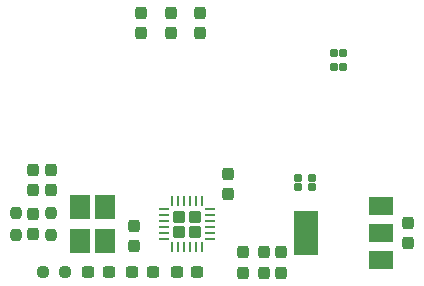
<source format=gbr>
%TF.GenerationSoftware,KiCad,Pcbnew,8.0.3*%
%TF.CreationDate,2024-06-23T17:04:56+02:00*%
%TF.ProjectId,Interface,496e7465-7266-4616-9365-2e6b69636164,rev?*%
%TF.SameCoordinates,Original*%
%TF.FileFunction,Paste,Top*%
%TF.FilePolarity,Positive*%
%FSLAX46Y46*%
G04 Gerber Fmt 4.6, Leading zero omitted, Abs format (unit mm)*
G04 Created by KiCad (PCBNEW 8.0.3) date 2024-06-23 17:04:56*
%MOMM*%
%LPD*%
G01*
G04 APERTURE LIST*
G04 Aperture macros list*
%AMRoundRect*
0 Rectangle with rounded corners*
0 $1 Rounding radius*
0 $2 $3 $4 $5 $6 $7 $8 $9 X,Y pos of 4 corners*
0 Add a 4 corners polygon primitive as box body*
4,1,4,$2,$3,$4,$5,$6,$7,$8,$9,$2,$3,0*
0 Add four circle primitives for the rounded corners*
1,1,$1+$1,$2,$3*
1,1,$1+$1,$4,$5*
1,1,$1+$1,$6,$7*
1,1,$1+$1,$8,$9*
0 Add four rect primitives between the rounded corners*
20,1,$1+$1,$2,$3,$4,$5,0*
20,1,$1+$1,$4,$5,$6,$7,0*
20,1,$1+$1,$6,$7,$8,$9,0*
20,1,$1+$1,$8,$9,$2,$3,0*%
G04 Aperture macros list end*
%ADD10RoundRect,0.237500X-0.237500X0.300000X-0.237500X-0.300000X0.237500X-0.300000X0.237500X0.300000X0*%
%ADD11RoundRect,0.237500X0.250000X0.237500X-0.250000X0.237500X-0.250000X-0.237500X0.250000X-0.237500X0*%
%ADD12R,2.000000X1.500000*%
%ADD13R,2.000000X3.800000*%
%ADD14RoundRect,0.237500X0.300000X0.237500X-0.300000X0.237500X-0.300000X-0.237500X0.300000X-0.237500X0*%
%ADD15RoundRect,0.237500X0.237500X-0.250000X0.237500X0.250000X-0.237500X0.250000X-0.237500X-0.250000X0*%
%ADD16RoundRect,0.237500X0.237500X-0.300000X0.237500X0.300000X-0.237500X0.300000X-0.237500X-0.300000X0*%
%ADD17R,1.725000X2.100000*%
%ADD18RoundRect,0.237500X-0.237500X0.250000X-0.237500X-0.250000X0.237500X-0.250000X0.237500X0.250000X0*%
%ADD19RoundRect,0.160000X-0.197500X-0.160000X0.197500X-0.160000X0.197500X0.160000X-0.197500X0.160000X0*%
%ADD20RoundRect,0.160000X-0.160000X0.197500X-0.160000X-0.197500X0.160000X-0.197500X0.160000X0.197500X0*%
%ADD21RoundRect,0.250000X-0.275000X-0.275000X0.275000X-0.275000X0.275000X0.275000X-0.275000X0.275000X0*%
%ADD22RoundRect,0.062500X-0.350000X-0.062500X0.350000X-0.062500X0.350000X0.062500X-0.350000X0.062500X0*%
%ADD23RoundRect,0.062500X-0.062500X-0.350000X0.062500X-0.350000X0.062500X0.350000X-0.062500X0.350000X0*%
%ADD24RoundRect,0.237500X-0.300000X-0.237500X0.300000X-0.237500X0.300000X0.237500X-0.300000X0.237500X0*%
G04 APERTURE END LIST*
D10*
%TO.C,C15*%
X112125000Y-76112499D03*
X112125000Y-77837501D03*
%TD*%
%TO.C,C14*%
X114635000Y-76112499D03*
X114635000Y-77837501D03*
%TD*%
%TO.C,C13*%
X117145000Y-76112499D03*
X117145000Y-77837501D03*
%TD*%
D11*
%TO.C,R1*%
X105662500Y-98000000D03*
X103837500Y-98000000D03*
%TD*%
D12*
%TO.C,U1*%
X132400000Y-97050000D03*
X132400000Y-94750000D03*
D13*
X126100000Y-94750000D03*
D12*
X132400000Y-92450000D03*
%TD*%
D14*
%TO.C,C2*%
X113112500Y-98000000D03*
X111387500Y-98000000D03*
%TD*%
D15*
%TO.C,R2*%
X101500000Y-94912500D03*
X101500000Y-93087500D03*
%TD*%
D16*
%TO.C,C7*%
X103000000Y-91112500D03*
X103000000Y-89387500D03*
%TD*%
D17*
%TO.C,Y1*%
X106912500Y-92550000D03*
X106912500Y-95450000D03*
X109087500Y-95450000D03*
X109087500Y-92550000D03*
%TD*%
D18*
%TO.C,R3*%
X104500000Y-93087500D03*
X104500000Y-94912500D03*
%TD*%
D16*
%TO.C,C9*%
X119500000Y-91462500D03*
X119500000Y-89737500D03*
%TD*%
D10*
%TO.C,C11*%
X103000000Y-93137500D03*
X103000000Y-94862500D03*
%TD*%
D19*
%TO.C,R5*%
X125402500Y-90875000D03*
X126597500Y-90875000D03*
%TD*%
D10*
%TO.C,C6*%
X120750000Y-96387500D03*
X120750000Y-98112500D03*
%TD*%
D20*
%TO.C,R6*%
X128425000Y-79502500D03*
X128425000Y-80697500D03*
%TD*%
D10*
%TO.C,C5*%
X122500000Y-96387500D03*
X122500000Y-98112500D03*
%TD*%
D20*
%TO.C,R7*%
X129225000Y-79502500D03*
X129225000Y-80697500D03*
%TD*%
D21*
%TO.C,IC1*%
X115350000Y-93350000D03*
X115350000Y-94650000D03*
X116650000Y-93350000D03*
X116650000Y-94650000D03*
D22*
X114062500Y-92750000D03*
X114062500Y-93250000D03*
X114062500Y-93750000D03*
X114062500Y-94250000D03*
X114062500Y-94750000D03*
X114062500Y-95250000D03*
D23*
X114750000Y-95937500D03*
X115250000Y-95937500D03*
X115750000Y-95937500D03*
X116250000Y-95937500D03*
X116750000Y-95937500D03*
X117250000Y-95937500D03*
D22*
X117937500Y-95250000D03*
X117937500Y-94750000D03*
X117937500Y-94250000D03*
X117937500Y-93750000D03*
X117937500Y-93250000D03*
X117937500Y-92750000D03*
D23*
X117250000Y-92062500D03*
X116750000Y-92062500D03*
X116250000Y-92062500D03*
X115750000Y-92062500D03*
X115250000Y-92062500D03*
X114750000Y-92062500D03*
%TD*%
D10*
%TO.C,C12*%
X111500000Y-94137500D03*
X111500000Y-95862500D03*
%TD*%
%TO.C,C10*%
X134750000Y-93887500D03*
X134750000Y-95612500D03*
%TD*%
D19*
%TO.C,R4*%
X125402500Y-90075000D03*
X126597500Y-90075000D03*
%TD*%
D14*
%TO.C,C1*%
X109362500Y-98000000D03*
X107637500Y-98000000D03*
%TD*%
D24*
%TO.C,C3*%
X115137500Y-98000000D03*
X116862500Y-98000000D03*
%TD*%
D10*
%TO.C,C4*%
X124000000Y-96387500D03*
X124000000Y-98112500D03*
%TD*%
D16*
%TO.C,C8*%
X104500000Y-91112500D03*
X104500000Y-89387500D03*
%TD*%
M02*

</source>
